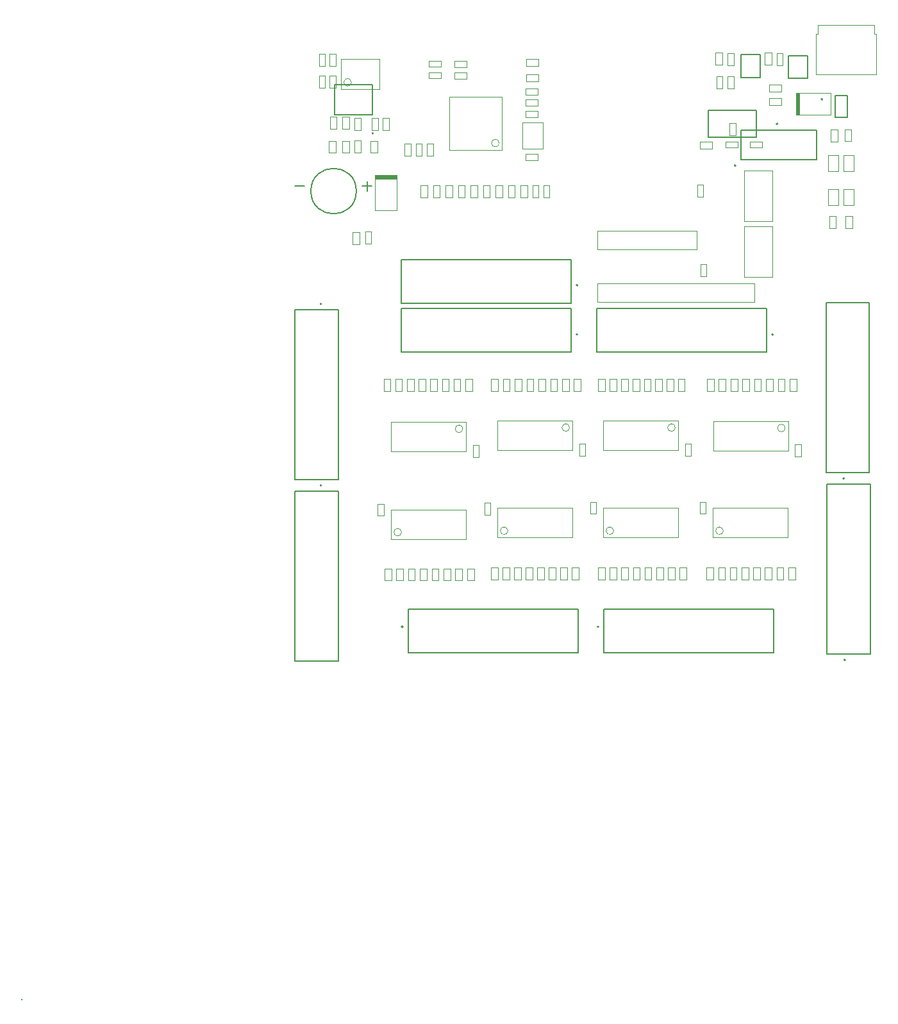
<source format=gbr>
%TF.GenerationSoftware,Altium Limited,Altium Designer,22.10.1 (41)*%
G04 Layer_Color=16711935*
%FSLAX25Y25*%
%MOIN*%
%TF.SameCoordinates,BEAA4B2D-68BC-4382-99D5-5DCEA874A810*%
%TF.FilePolarity,Positive*%
%TF.FileFunction,Other,Mechanical_13*%
%TF.Part,Single*%
G01*
G75*
%TA.AperFunction,NonConductor*%
%ADD56C,0.00787*%
%ADD59C,0.00500*%
%ADD93C,0.00394*%
%ADD118C,0.00050*%
%ADD119C,0.00001*%
%TA.AperFunction,SMDPad,CuDef*%
%ADD121C,0.00001*%
%TA.AperFunction,NonConductor*%
%ADD148R,0.11496X0.02436*%
%ADD149R,0.02436X0.11496*%
D56*
X256003Y281442D02*
G03*
X256003Y281442I-394J0D01*
G01*
X18732Y187846D02*
G03*
X18732Y187846I-394J0D01*
G01*
X151909Y171956D02*
G03*
X151909Y171956I-394J0D01*
G01*
X290665Y97045D02*
G03*
X290665Y97045I-394J0D01*
G01*
X162844Y20023D02*
G03*
X162844Y20023I-394J0D01*
G01*
X45717Y276500D02*
G03*
X45717Y276500I-394J0D01*
G01*
X234236Y259768D02*
G03*
X234236Y259768I-394J0D01*
G01*
X279335Y294220D02*
G03*
X279335Y294220I-394J0D01*
G01*
X61108Y20023D02*
G03*
X61108Y20023I-394J0D01*
G01*
X253645Y171956D02*
G03*
X253645Y171956I-394J0D01*
G01*
X151988Y197523D02*
G03*
X151988Y197523I-394J0D01*
G01*
X291165Y2702D02*
G03*
X291165Y2702I-394J0D01*
G01*
X18732Y93503D02*
G03*
X18732Y93503I-394J0D01*
G01*
X261579Y305095D02*
Y316905D01*
X271421D01*
Y305095D02*
Y316905D01*
X261579Y305095D02*
X271421D01*
X236850Y305577D02*
Y317389D01*
X246693D01*
Y305577D02*
Y317389D01*
X236850Y305577D02*
X246693D01*
D59*
X36811Y246500D02*
G03*
X36811Y246500I-11811J0D01*
G01*
X40000Y249000D02*
X45000D01*
X42500Y246500D02*
Y251500D01*
X5000Y249000D02*
X10000D01*
X244743Y274395D02*
Y288489D01*
X219940Y274395D02*
X244743D01*
X219940D02*
Y288489D01*
X244743D01*
X4953Y96507D02*
X27590D01*
Y184696D01*
X4953D02*
X27590D01*
X4953Y96507D02*
Y184696D01*
X60177Y185342D02*
X148366D01*
Y162704D02*
Y185342D01*
X60177Y162704D02*
X148366D01*
X60177D02*
Y185342D01*
X303657Y100194D02*
Y188383D01*
X281019Y100194D02*
X303657D01*
X281019D02*
Y188383D01*
X303657D01*
X165600Y6637D02*
X253789D01*
X165600D02*
Y29275D01*
X253789D01*
Y6637D02*
Y29275D01*
X25657Y301874D02*
X45342D01*
X25657Y286126D02*
X45342D01*
X25657D02*
Y301874D01*
X45342Y286126D02*
Y301874D01*
X236815Y262917D02*
Y278272D01*
X276185Y262917D02*
Y278272D01*
X236815Y262917D02*
X276185D01*
X236815Y278272D02*
X276185D01*
X285801Y296258D02*
X292199D01*
Y284742D02*
Y296258D01*
X285801Y284742D02*
X292199D01*
X285801D02*
Y296258D01*
X152053Y6637D02*
Y29275D01*
X63864D02*
X152053D01*
X63864Y6637D02*
Y29275D01*
Y6637D02*
X152053D01*
X161913Y162704D02*
Y185342D01*
Y162704D02*
X250102D01*
Y185342D01*
X161913D02*
X250102D01*
X60256Y210909D02*
X148445D01*
Y188271D02*
Y210909D01*
X60256Y188271D02*
X148445D01*
X60256D02*
Y210909D01*
X281520Y94041D02*
X304157D01*
X281520Y5852D02*
Y94041D01*
Y5852D02*
X304157D01*
Y94041D01*
X4953Y2165D02*
Y90354D01*
X27590D01*
Y2165D02*
Y90354D01*
X4953Y2165D02*
X27590D01*
D93*
X111037Y271450D02*
G03*
X111037Y271450I-1969J0D01*
G01*
X34244Y303016D02*
G03*
X34244Y303016I-1969J0D01*
G01*
X227630Y69898D02*
G03*
X227630Y69898I-1969J0D01*
G01*
X170630D02*
G03*
X170630Y69898I-1969J0D01*
G01*
X115630D02*
G03*
X115630Y69898I-1969J0D01*
G01*
X60279Y69157D02*
G03*
X60279Y69157I-1969J0D01*
G01*
X259819Y123295D02*
G03*
X259819Y123295I-1969J0D01*
G01*
X202669Y123555D02*
G03*
X202669Y123555I-1969J0D01*
G01*
X147669D02*
G03*
X147669Y123555I-1969J0D01*
G01*
X92169Y122925D02*
G03*
X92169Y122925I-1969J0D01*
G01*
X85053Y295466D02*
X112612D01*
X85053Y267907D02*
X112612D01*
X85053D02*
Y295466D01*
X112612Y267907D02*
Y295466D01*
X162016Y216079D02*
Y225921D01*
Y216079D02*
X213984D01*
Y225921D01*
X162016D02*
X213984D01*
X137249Y243124D02*
Y249423D01*
X134099Y243124D02*
Y249423D01*
X137249D01*
X134099Y243124D02*
X137249D01*
X290342Y256866D02*
Y265134D01*
X295657Y256866D02*
Y265134D01*
X290342Y256866D02*
X295657D01*
X290342Y265134D02*
X295657D01*
X46515Y236571D02*
X58011D01*
X46515Y254681D02*
X58011D01*
X46515Y236571D02*
Y254681D01*
X58011Y236571D02*
Y254681D01*
X275752Y307008D02*
Y328268D01*
X307248Y307008D02*
Y328268D01*
X275752Y307008D02*
X307248D01*
X306067Y328268D02*
X307248D01*
X306067D02*
Y332992D01*
X276933D02*
X306067D01*
X276933Y328268D02*
Y332992D01*
X275752Y328268D02*
X276933D01*
X29527Y266359D02*
Y272658D01*
X33070Y266359D02*
Y272658D01*
X29527D02*
X33070D01*
X29527Y266359D02*
X33070D01*
X26570Y278705D02*
Y285004D01*
X23027Y278705D02*
Y285004D01*
X26570D01*
X23027Y278705D02*
X26570D01*
X26070Y266359D02*
Y272658D01*
X22527Y266359D02*
Y272658D01*
Y266359D02*
X26070D01*
X22527Y272658D02*
X26070D01*
X44255Y266336D02*
Y272635D01*
X47799Y266336D02*
Y272635D01*
X44255D02*
X47799D01*
X44255Y266336D02*
X47799D01*
X35924Y272858D02*
X39073D01*
X35924Y266559D02*
X39073D01*
X35924D02*
Y272858D01*
X39073Y266559D02*
Y272858D01*
Y278305D02*
Y284604D01*
X35924Y278305D02*
Y284604D01*
X39073D01*
X35924Y278305D02*
X39073D01*
X33070Y278705D02*
Y285004D01*
X29527Y278705D02*
Y285004D01*
X33070D01*
X29527Y278705D02*
X33070D01*
X53775Y278305D02*
Y284604D01*
X50625Y278305D02*
Y284604D01*
X53775D01*
X50625Y278305D02*
X53775D01*
X48073D02*
Y284604D01*
X44924Y278305D02*
Y284604D01*
X48073D01*
X44924Y278305D02*
X48073D01*
X124953Y294095D02*
X131253D01*
X124953Y290946D02*
X131253D01*
X124953D02*
Y294095D01*
X131253Y290946D02*
Y294095D01*
X125325Y315092D02*
X131624D01*
X125325Y311549D02*
X131624D01*
X125325D02*
Y315092D01*
X131624Y311549D02*
Y315092D01*
X125346Y303549D02*
X131645D01*
X125346Y307092D02*
X131645D01*
Y303549D02*
Y307092D01*
X125346Y303549D02*
Y307092D01*
X174627Y50795D02*
X178170D01*
X174627Y44496D02*
X178170D01*
Y50795D01*
X174627Y44496D02*
Y50795D01*
X186770D02*
X190313D01*
X186770Y44496D02*
X190313D01*
Y50795D01*
X186770Y44496D02*
Y50795D01*
X198913D02*
X202456D01*
X198913Y44496D02*
X202456D01*
Y50795D01*
X198913Y44496D02*
Y50795D01*
X87930Y314095D02*
X94229D01*
X87930Y310946D02*
X94229D01*
X87930D02*
Y314095D01*
X94229Y310946D02*
Y314095D01*
X74525Y308195D02*
X80824D01*
X74525Y305046D02*
X80824D01*
X74525D02*
Y308195D01*
X80824Y305046D02*
Y308195D01*
X74525Y314195D02*
X80824D01*
X74525Y311046D02*
X80824D01*
X74525D02*
Y314195D01*
X80824Y311046D02*
Y314195D01*
X283555Y286106D02*
Y297602D01*
X265445Y286106D02*
Y297602D01*
X283555D01*
X265445Y286106D02*
X283555D01*
X255497Y318102D02*
X258646D01*
X255497Y311802D02*
X258646D01*
Y318102D01*
X255497Y311802D02*
Y318102D01*
X251601Y294795D02*
X257900D01*
X251601Y291251D02*
X257900D01*
X251601D02*
Y294795D01*
X257900Y291251D02*
Y294795D01*
X251622Y298228D02*
Y301772D01*
X257921Y298228D02*
Y301772D01*
X251622D02*
X257921D01*
X251622Y298228D02*
X257921D01*
X283672Y272258D02*
Y278557D01*
X287216Y272258D02*
Y278557D01*
X283672Y272258D02*
X287216D01*
X283672Y278557D02*
X287216D01*
X282092Y256866D02*
Y265134D01*
X287407Y256866D02*
Y265134D01*
X282092Y256866D02*
X287407D01*
X282092Y265134D02*
X287407D01*
X290342Y239115D02*
X295657D01*
X290342Y247383D02*
X295657D01*
X290342Y239115D02*
Y247383D01*
X295657Y239115D02*
Y247383D01*
X282092Y239115D02*
X287407D01*
X282092Y247383D02*
X287407D01*
X282092Y239115D02*
Y247383D01*
X287407Y239115D02*
Y247383D01*
X282728Y233426D02*
X286272D01*
X282728Y227127D02*
X286272D01*
Y233426D01*
X282728Y227127D02*
Y233426D01*
X291228D02*
X294772D01*
X291228Y227127D02*
X294772D01*
Y233426D01*
X291228Y227127D02*
Y233426D01*
X17397Y311566D02*
X20546D01*
X17397Y317865D02*
X20546D01*
X17397Y311566D02*
Y317865D01*
X20546Y311566D02*
Y317865D01*
X48811Y299472D02*
Y315220D01*
X28732Y299472D02*
Y315220D01*
X48811D01*
X28732Y299472D02*
X48811D01*
X22997Y311574D02*
Y317873D01*
X26146Y311574D02*
Y317873D01*
X22997Y311574D02*
X26146D01*
X22997Y317873D02*
X26146D01*
X26046Y300173D02*
Y306473D01*
X22897Y300173D02*
Y306473D01*
X26046D01*
X22897Y300173D02*
X26046D01*
X17397Y306480D02*
X20546D01*
X17397Y300181D02*
X20546D01*
Y306480D01*
X17397Y300181D02*
Y306480D01*
X35000Y218874D02*
X38543D01*
X35000Y225173D02*
X38543D01*
X35000Y218874D02*
Y225173D01*
X38543Y218874D02*
Y225173D01*
X41497Y219074D02*
Y225373D01*
X44646Y219074D02*
Y225373D01*
X41497Y219074D02*
X44646D01*
X41497Y225373D02*
X44646D01*
X65049Y264971D02*
Y271270D01*
X61900Y264971D02*
Y271270D01*
X65049D01*
X61900Y264971D02*
X65049D01*
X76749D02*
Y271270D01*
X73599Y264971D02*
Y271270D01*
X76749D01*
X73599Y264971D02*
X76749D01*
X70899D02*
Y271270D01*
X67750Y264971D02*
Y271270D01*
X70899D01*
X67750Y264971D02*
X70899D01*
X128400Y243124D02*
X131549D01*
X128400Y249423D02*
X131549D01*
X128400Y243124D02*
Y249423D01*
X131549Y243124D02*
Y249423D01*
X122203Y243171D02*
X125746D01*
X122203Y249470D02*
X125746D01*
X122203Y243171D02*
Y249470D01*
X125746Y243171D02*
Y249470D01*
X119246Y243171D02*
Y249470D01*
X115703Y243171D02*
Y249470D01*
X119246D01*
X115703Y243171D02*
X119246D01*
X102703D02*
X106246D01*
X102703Y249470D02*
X106246D01*
X102703Y243171D02*
Y249470D01*
X106246Y243171D02*
Y249470D01*
X112746Y243171D02*
Y249470D01*
X109203Y243171D02*
Y249470D01*
X112746D01*
X109203Y243171D02*
X112746D01*
X96203D02*
X99746D01*
X96203Y249470D02*
X99746D01*
X96203Y243171D02*
Y249470D01*
X99746Y243171D02*
Y249470D01*
X89703Y243171D02*
X93246D01*
X89703Y249470D02*
X93246D01*
X89703Y243171D02*
Y249470D01*
X93246Y243171D02*
Y249470D01*
X83203Y243171D02*
X86746D01*
X83203Y249470D02*
X86746D01*
X83203Y243171D02*
Y249470D01*
X86746Y243171D02*
Y249470D01*
X76703Y243171D02*
X80246D01*
X76703Y249470D02*
X80246D01*
X76703Y243171D02*
Y249470D01*
X80246Y243171D02*
Y249470D01*
X70203Y243171D02*
X73746D01*
X70203Y249470D02*
X73746D01*
X70203Y243171D02*
Y249470D01*
X73746Y243171D02*
Y249470D01*
X219198Y142496D02*
X222742D01*
X219198Y148795D02*
X222742D01*
X219198Y142496D02*
Y148795D01*
X222742Y142496D02*
Y148795D01*
X174556Y142496D02*
X178099D01*
X174556Y148795D02*
X178099D01*
X174556Y142496D02*
Y148795D01*
X178099Y142496D02*
Y148795D01*
X87450Y142580D02*
X90993D01*
X87450Y148879D02*
X90993D01*
X87450Y142580D02*
Y148879D01*
X90993Y142580D02*
Y148879D01*
X75307Y142580D02*
X78850D01*
X75307Y148879D02*
X78850D01*
X75307Y142580D02*
Y148879D01*
X78850Y142580D02*
Y148879D01*
X63164Y142580D02*
X66708D01*
X63164Y148879D02*
X66708D01*
X63164Y142580D02*
Y148879D01*
X66708Y142580D02*
Y148879D01*
X51021Y142580D02*
X54565D01*
X51021Y148879D02*
X54565D01*
X51021Y142580D02*
Y148879D01*
X54565Y142580D02*
Y148879D01*
X106984Y142496D02*
X110527D01*
X106984Y148795D02*
X110527D01*
X106984Y142496D02*
Y148795D01*
X110527Y142496D02*
Y148795D01*
X119270Y142496D02*
X122813D01*
X119270Y148795D02*
X122813D01*
X119270Y142496D02*
Y148795D01*
X122813Y142496D02*
Y148795D01*
X131555Y142496D02*
X135099D01*
X131555Y148795D02*
X135099D01*
X131555Y142496D02*
Y148795D01*
X135099Y142496D02*
Y148795D01*
X143841Y142496D02*
X147385D01*
X143841Y148795D02*
X147385D01*
X143841Y142496D02*
Y148795D01*
X147385Y142496D02*
Y148795D01*
X162627Y142496D02*
X166170D01*
X162627Y148795D02*
X166170D01*
X162627Y142496D02*
Y148795D01*
X166170Y142496D02*
Y148795D01*
X186413Y142496D02*
X189956D01*
X186413Y148795D02*
X189956D01*
X186413Y142496D02*
Y148795D01*
X189956Y142496D02*
Y148795D01*
X198270Y142496D02*
X201813D01*
X198270Y148795D02*
X201813D01*
X198270Y142496D02*
Y148795D01*
X201813Y142496D02*
Y148795D01*
X231484Y142496D02*
X235027D01*
X231484Y148795D02*
X235027D01*
X231484Y142496D02*
Y148795D01*
X235027Y142496D02*
Y148795D01*
X243770Y142496D02*
X247313D01*
X243770Y148795D02*
X247313D01*
X243770Y142496D02*
Y148795D01*
X247313Y142496D02*
Y148795D01*
X256055Y142496D02*
X259599D01*
X256055Y148795D02*
X259599D01*
X256055Y142496D02*
Y148795D01*
X259599Y142496D02*
Y148795D01*
X262198Y142496D02*
X265742D01*
X262198Y148795D02*
X265742D01*
X262198Y142496D02*
Y148795D01*
X265742Y142496D02*
Y148795D01*
X249913Y142496D02*
X253456D01*
X249913Y148795D02*
X253456D01*
X249913Y142496D02*
Y148795D01*
X253456Y142496D02*
Y148795D01*
X237627Y142496D02*
X241170D01*
X237627Y148795D02*
X241170D01*
X237627Y142496D02*
Y148795D01*
X241170Y142496D02*
Y148795D01*
X225341Y142496D02*
X228885D01*
X225341Y148795D02*
X228885D01*
X225341Y142496D02*
Y148795D01*
X228885Y142496D02*
Y148795D01*
X204127Y142496D02*
X207670D01*
X204127Y148795D02*
X207670D01*
X204127Y142496D02*
Y148795D01*
X207670Y142496D02*
Y148795D01*
X192341Y142496D02*
X195885D01*
X192341Y148795D02*
X195885D01*
X192341Y142496D02*
Y148795D01*
X195885Y142496D02*
Y148795D01*
X180484Y142496D02*
X184027D01*
X180484Y148795D02*
X184027D01*
X180484Y142496D02*
Y148795D01*
X184027Y142496D02*
Y148795D01*
X168627Y142496D02*
X172170D01*
X168627Y148795D02*
X172170D01*
X168627Y142496D02*
Y148795D01*
X172170Y142496D02*
Y148795D01*
X149984Y142496D02*
X153527D01*
X149984Y148795D02*
X153527D01*
X149984Y142496D02*
Y148795D01*
X153527Y142496D02*
Y148795D01*
X137698Y142496D02*
X141242D01*
X137698Y148795D02*
X141242D01*
X137698Y142496D02*
Y148795D01*
X141242Y142496D02*
Y148795D01*
X125413Y142496D02*
X128956D01*
X125413Y148795D02*
X128956D01*
X125413Y142496D02*
Y148795D01*
X128956Y142496D02*
Y148795D01*
X113127Y142496D02*
X116670D01*
X113127Y148795D02*
X116670D01*
X113127Y142496D02*
Y148795D01*
X116670Y142496D02*
Y148795D01*
X93521Y142580D02*
X97065D01*
X93521Y148879D02*
X97065D01*
X93521Y142580D02*
Y148879D01*
X97065Y142580D02*
Y148879D01*
X81379Y142580D02*
X84922D01*
X81379Y148879D02*
X84922D01*
X81379Y142580D02*
Y148879D01*
X84922Y142580D02*
Y148879D01*
X69236Y142580D02*
X72779D01*
X69236Y148879D02*
X72779D01*
X69236Y142580D02*
Y148879D01*
X72779Y142580D02*
Y148879D01*
X60636Y142580D02*
Y148879D01*
X57093Y142580D02*
Y148879D01*
X60636D01*
X57093Y142580D02*
X60636D01*
X255413Y50795D02*
X258956D01*
X255413Y44496D02*
X258956D01*
Y50795D01*
X255413Y44496D02*
Y50795D01*
X261484D02*
X265027D01*
X261484Y44496D02*
X265027D01*
Y50795D01*
X261484Y44496D02*
Y50795D01*
X243270D02*
X246813D01*
X243270Y44496D02*
X246813D01*
Y50795D01*
X243270Y44496D02*
Y50795D01*
X249341D02*
X252885D01*
X249341Y44496D02*
X252885D01*
Y50795D01*
X249341Y44496D02*
Y50795D01*
X237198D02*
X240742D01*
X237198Y44496D02*
X240742D01*
Y50795D01*
X237198Y44496D02*
Y50795D01*
X231127D02*
X234670D01*
X231127Y44496D02*
X234670D01*
Y50795D01*
X231127Y44496D02*
Y50795D01*
X218984D02*
X222527D01*
X218984Y44496D02*
X222527D01*
Y50795D01*
X218984Y44496D02*
Y50795D01*
X225056D02*
X228599D01*
X225056Y44496D02*
X228599D01*
Y50795D01*
X225056Y44496D02*
Y50795D01*
X204984D02*
X208527D01*
X204984Y44496D02*
X208527D01*
Y50795D01*
X204984Y44496D02*
Y50795D01*
X192841D02*
X196385D01*
X192841Y44496D02*
X196385D01*
Y50795D01*
X192841Y44496D02*
Y50795D01*
X180698D02*
X184242D01*
X180698Y44496D02*
X184242D01*
Y50795D01*
X180698Y44496D02*
Y50795D01*
X162484D02*
X166027D01*
X162484Y44496D02*
X166027D01*
Y50795D01*
X162484Y44496D02*
Y50795D01*
X168555D02*
X172099D01*
X168555Y44496D02*
X172099D01*
Y50795D01*
X168555Y44496D02*
Y50795D01*
X142984D02*
X146527D01*
X142984Y44496D02*
X146527D01*
Y50795D01*
X142984Y44496D02*
Y50795D01*
X148984D02*
X152527D01*
X148984Y44496D02*
X152527D01*
Y50795D01*
X148984Y44496D02*
Y50795D01*
X136984D02*
X140527D01*
X136984Y44496D02*
X140527D01*
Y50795D01*
X136984Y44496D02*
Y50795D01*
X130984D02*
X134527D01*
X130984Y44496D02*
X134527D01*
Y50795D01*
X130984Y44496D02*
Y50795D01*
X124984D02*
X128527D01*
X124984Y44496D02*
X128527D01*
Y50795D01*
X124984Y44496D02*
Y50795D01*
X118984D02*
X122527D01*
X118984Y44496D02*
X122527D01*
Y50795D01*
X118984Y44496D02*
Y50795D01*
X88341Y50295D02*
X91885D01*
X88341Y43996D02*
X91885D01*
Y50295D01*
X88341Y43996D02*
Y50295D01*
X76056D02*
X79599D01*
X76056Y43996D02*
X79599D01*
Y50295D01*
X76056Y43996D02*
Y50295D01*
X63770D02*
X67313D01*
X63770Y43996D02*
X67313D01*
Y50295D01*
X63770Y43996D02*
Y50295D01*
X51484D02*
X55028D01*
X51484Y43996D02*
X55028D01*
Y50295D01*
X51484Y43996D02*
Y50295D01*
X106984Y50795D02*
X110527D01*
X106984Y44496D02*
X110527D01*
Y50795D01*
X106984Y44496D02*
Y50795D01*
X112984D02*
X116527D01*
X112984Y44496D02*
X116527D01*
Y50795D01*
X112984Y44496D02*
Y50795D01*
X94484Y50295D02*
X98027D01*
X94484Y43996D02*
X98027D01*
Y50295D01*
X94484Y43996D02*
Y50295D01*
X82198D02*
X85742D01*
X82198Y43996D02*
X85742D01*
Y50295D01*
X82198Y43996D02*
Y50295D01*
X69913D02*
X73456D01*
X69913Y43996D02*
X73456D01*
Y50295D01*
X69913Y43996D02*
Y50295D01*
X57627D02*
X61170D01*
X57627Y43996D02*
X61170D01*
Y50295D01*
X57627Y43996D02*
Y50295D01*
X162016Y188809D02*
X243984D01*
X162016D02*
Y198651D01*
X243984D01*
Y188809D02*
Y198651D01*
X264997Y114873D02*
X268146D01*
X264997Y108574D02*
X268146D01*
Y114873D01*
X264997Y108574D02*
Y114873D01*
X207697Y115126D02*
X210846D01*
X207697Y108826D02*
X210846D01*
Y115126D01*
X207697Y108826D02*
Y115126D01*
X152697D02*
X155846D01*
X152697Y108826D02*
X155846D01*
Y115126D01*
X152697Y108826D02*
Y115126D01*
X97497Y114373D02*
X100646D01*
X97497Y108074D02*
X100646D01*
Y114373D01*
X97497Y108074D02*
Y114373D01*
X218546Y78673D02*
Y84973D01*
X215397Y78673D02*
Y84973D01*
X218546D01*
X215397Y78673D02*
X218546D01*
X161546D02*
Y84973D01*
X158397Y78673D02*
Y84973D01*
X161546D01*
X158397Y78673D02*
X161546D01*
X106546Y78174D02*
Y84473D01*
X103397Y78174D02*
Y84473D01*
X106546D01*
X103397Y78174D02*
X106546D01*
X51046Y77674D02*
Y83973D01*
X47897Y77674D02*
Y83973D01*
X51046D01*
X47897Y77674D02*
X51046D01*
X261094Y66354D02*
Y81709D01*
X222118Y66354D02*
Y81709D01*
X261094D01*
X222118Y66354D02*
X261094D01*
X204094D02*
Y81709D01*
X165118Y66354D02*
Y81709D01*
X204094D01*
X165118Y66354D02*
X204094D01*
X149094D02*
Y81709D01*
X110118Y66354D02*
Y81709D01*
X149094D01*
X110118Y66354D02*
X149094D01*
X54768Y65614D02*
X93744D01*
X54768Y80968D02*
X93744D01*
X54768Y65614D02*
Y80968D01*
X93744Y65614D02*
Y80968D01*
X222417Y126839D02*
X261394D01*
X222417Y111484D02*
X261394D01*
Y126839D01*
X222417Y111484D02*
Y126839D01*
X165268Y111744D02*
Y127098D01*
X204244Y111744D02*
Y127098D01*
X165268Y111744D02*
X204244D01*
X165268Y127098D02*
X204244D01*
X110268Y111744D02*
Y127098D01*
X149244Y111744D02*
Y127098D01*
X110268Y111744D02*
X149244D01*
X110268Y127098D02*
X149244D01*
X54768Y111114D02*
Y126468D01*
X93744Y111114D02*
Y126468D01*
X54768Y111114D02*
X93744D01*
X54768Y126468D02*
X93744D01*
X215774Y202150D02*
Y208450D01*
X218924Y202150D02*
Y208450D01*
X215774D02*
X218924D01*
X215774Y202150D02*
X218924D01*
X238416Y228209D02*
X253023D01*
X238416Y201791D02*
X253023D01*
Y228209D01*
X238416Y201791D02*
Y228209D01*
Y230791D02*
Y257209D01*
X253023Y230791D02*
Y257209D01*
X238416Y230791D02*
X253023D01*
X238416Y257209D02*
X253023D01*
X241550Y269136D02*
X247850D01*
X241550Y272286D02*
X247850D01*
X241550Y269136D02*
Y272286D01*
X247850Y269136D02*
Y272286D01*
X235022Y269136D02*
Y272286D01*
X228723Y269136D02*
Y272286D01*
X235022D01*
X228723Y269136D02*
X235022D01*
X215496Y268484D02*
X221795D01*
X215496Y272027D02*
X221795D01*
X215496Y268484D02*
Y272027D01*
X221795Y268484D02*
Y272027D01*
X217275Y243550D02*
Y249850D01*
X214125Y243550D02*
Y249850D01*
Y243550D02*
X217275D01*
X214125Y249850D02*
X217275D01*
X234146Y275650D02*
Y281950D01*
X230997Y275650D02*
Y281950D01*
X234146D01*
X230997Y275650D02*
X234146D01*
X290728Y272350D02*
Y278650D01*
X294272Y272350D02*
Y278650D01*
X290728Y272350D02*
X294272D01*
X290728Y278650D02*
X294272D01*
X131253Y296646D02*
Y299795D01*
X124953Y296646D02*
Y299795D01*
Y296646D02*
X131253D01*
X124953Y299795D02*
X131253D01*
X229997Y311802D02*
Y318102D01*
X233146Y311802D02*
Y318102D01*
X229997Y311802D02*
X233146D01*
X229997Y318102D02*
X233146D01*
X94229Y304946D02*
Y308095D01*
X87930Y304946D02*
Y308095D01*
Y304946D02*
X94229D01*
X87930Y308095D02*
X94229D01*
X123159Y268628D02*
X133789D01*
Y282013D01*
X123159D02*
X133789D01*
X123159Y268628D02*
Y282013D01*
X249335Y312195D02*
X252879D01*
X249335Y318494D02*
X252879D01*
X249335Y312195D02*
Y318494D01*
X252879Y312195D02*
Y318494D01*
X227043Y312195D02*
Y318494D01*
X223500Y312195D02*
Y318494D01*
X227043D01*
X223500Y312195D02*
X227043D01*
X224125Y299826D02*
X227275D01*
X224125Y306125D02*
X227275D01*
X224125Y299826D02*
Y306125D01*
X227275Y299826D02*
Y306125D01*
X229997Y299826D02*
X233146D01*
X229997Y306125D02*
X233146D01*
X229997Y299826D02*
Y306125D01*
X233146Y299826D02*
Y306125D01*
X124953Y288095D02*
X131253D01*
X124953Y284946D02*
X131253D01*
X124953D02*
Y288095D01*
X131253Y284946D02*
Y288095D01*
X124946Y262546D02*
X131245D01*
X124946Y265695D02*
X131245D01*
Y262546D02*
Y265695D01*
X124946Y262546D02*
Y265695D01*
D118*
X-137123Y-173513D02*
G03*
X-137123Y-173510I0J2D01*
G01*
D02*
G03*
X-137123Y-173513I0J-2D01*
G01*
X-137119Y-173519D02*
G03*
X-137119Y-173516I0J2D01*
G01*
D02*
G03*
X-137119Y-173519I0J-2D01*
G01*
X-137098Y-173514D02*
G03*
X-137098Y-173511I0J2D01*
G01*
D02*
G03*
X-137098Y-173514I0J-2D01*
G01*
X-137094Y-173519D02*
G03*
X-137094Y-173516I0J2D01*
G01*
D02*
G03*
X-137094Y-173519I0J-2D01*
G01*
D119*
X-137362Y-173495D02*
X-137049D01*
X-137362Y-173826D02*
X-137049D01*
Y-173495D01*
X-137362Y-173826D02*
Y-173495D01*
D121*
X-137049D02*
D03*
X-137362D02*
D03*
X-137049Y-173826D02*
D03*
X-137362D02*
D03*
X-137049Y-173495D02*
D03*
Y-173826D02*
D03*
X-137362D02*
D03*
Y-173495D02*
D03*
D148*
X52263Y253463D02*
D03*
D149*
X266663Y291854D02*
D03*
%TF.MD5,4589a2e89a0c5c37f98fa1dc17fa7625*%
M02*

</source>
